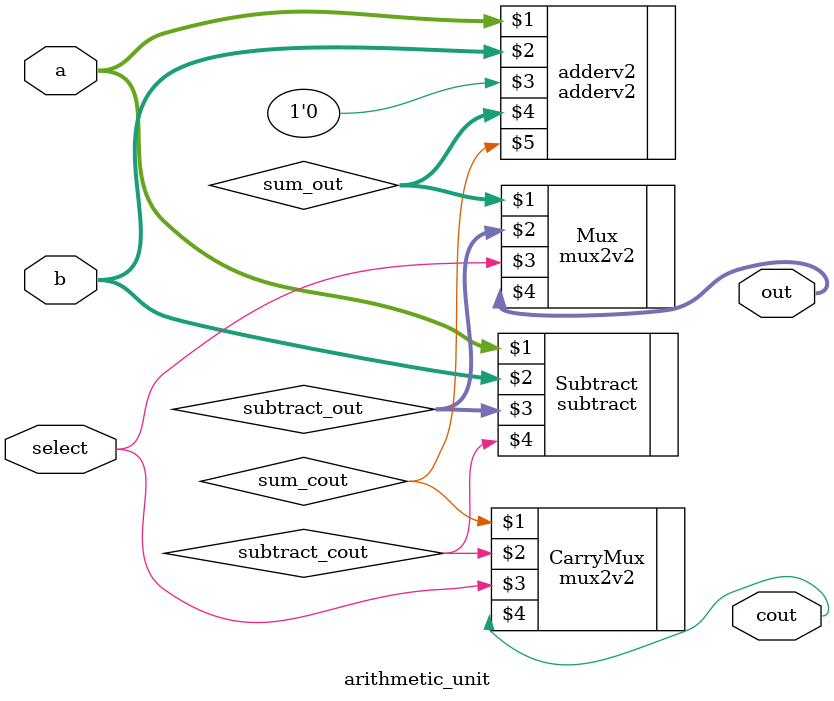
<source format=sv>
module arithmetic_unit #(parameter N=4)
	(input logic [N-1:0] a, b,
	input logic  select,
	output logic cout,
	output logic [N-1:0] out);

	logic [N-1:0] sum_out, subtract_out;
	logic sum_cout, subtract_cout;
	
	adderv2 #(N) adderv2(a, b, '0, sum_out, sum_cout);
	subtract #(N) Subtract(a, b, subtract_out, subtract_cout);
	mux2v2 #(N) Mux(sum_out, subtract_out, select, out);
	mux2v2 #(1) CarryMux(sum_cout, subtract_cout, select, cout);
	
endmodule
</source>
